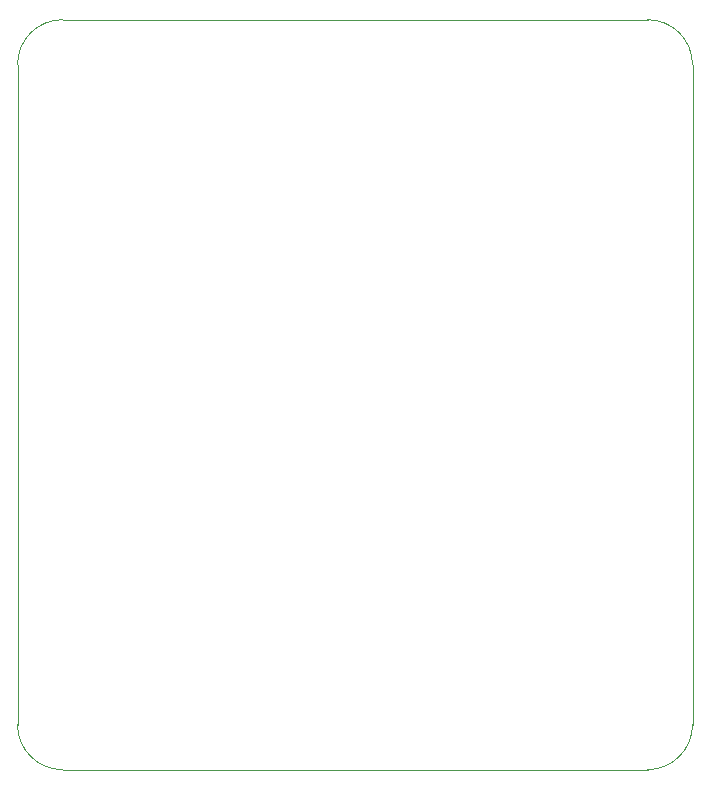
<source format=gm1>
G04 #@! TF.GenerationSoftware,KiCad,Pcbnew,9.0.0*
G04 #@! TF.CreationDate,2025-02-28T23:21:34-08:00*
G04 #@! TF.ProjectId,Constellation STAR ITC V1.1,436f6e73-7465-46c6-9c61-74696f6e2053,rev?*
G04 #@! TF.SameCoordinates,Original*
G04 #@! TF.FileFunction,Profile,NP*
%FSLAX46Y46*%
G04 Gerber Fmt 4.6, Leading zero omitted, Abs format (unit mm)*
G04 Created by KiCad (PCBNEW 9.0.0) date 2025-02-28 23:21:34*
%MOMM*%
%LPD*%
G01*
G04 APERTURE LIST*
G04 #@! TA.AperFunction,Profile*
%ADD10C,0.100000*%
G04 #@! TD*
G04 APERTURE END LIST*
D10*
X25400000Y-85090000D02*
X25400000Y-29210000D01*
X29210000Y-88900000D02*
G75*
G02*
X25400000Y-85090000I0J3810000D01*
G01*
X82550000Y-85090000D02*
G75*
G02*
X78740000Y-88900000I-3810000J0D01*
G01*
X25400000Y-29210000D02*
G75*
G02*
X29210000Y-25400000I3810000J0D01*
G01*
X78740000Y-88900000D02*
X29210000Y-88900000D01*
X82550000Y-29210000D02*
X82550000Y-85090000D01*
X78740000Y-25400000D02*
G75*
G02*
X82550000Y-29210000I0J-3810000D01*
G01*
X29210000Y-25400000D02*
X78740000Y-25400000D01*
M02*

</source>
